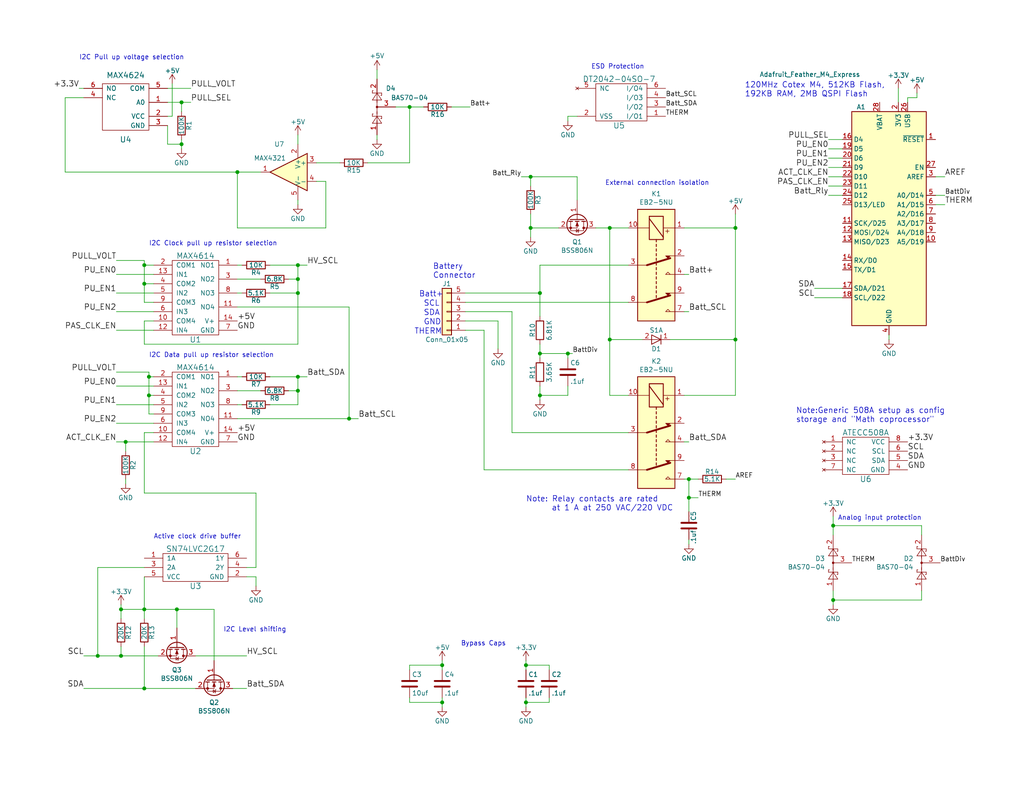
<source format=kicad_sch>
(kicad_sch (version 20211123) (generator eeschema)
  (paper "USLetter")
  (title_block (title "Battery EEPROM Programmer V2") (date "2022-10-07") (rev "1.6"))
  (lib_symbols
    (symbol "Amplifier_Operational:MCP6L01Rx-xOT" (pin_names (offset 0.127))
      (property "Reference" "U" (at 0 5.08 0))
      (property "Value" "MCP6L01Rx-xOT" (at 0 -5.08 0))
      (symbol "MCP6L01Rx-xOT_0_1"
        (pin power_in line (at -2.54 7.62 270) (length 3.81) (name "V+") (number "2"))
        (pin power_in line (at -2.54 -7.62 90) (length 3.81) (name "V-") (number "5"))
      )
      (symbol "MCP6L01Rx-xOT_1_1"
        (pin output line (at 7.62 0 180) (length 2.54) (name "~") (number "1"))
        (pin input line (at -7.62 2.54 0) (length 2.54) (name "+") (number "3"))
        (pin input line (at -7.62 -2.54 0) (length 2.54) (name "-") (number "4"))
      )
    )
    (symbol "BattProg:DT2042-04SO-7" (pin_names (offset 1.016))
      (property "Reference" "U" (at 0 -1.27 0))
      (property "Value" "DT2042-04SO-7" (at 0 11.43 0))
      (symbol "DT2042-04SO-7_1_1"
        (pin passive line (at 12.7 1.27 180) (length 5.08) (name "I/O1") (number "1"))
        (pin power_in line (at -11.43 1.27 0) (length 5.08) (name "VSS") (number "2"))
        (pin passive line (at 12.7 3.81 180) (length 5.08) (name "I/O2") (number "3"))
        (pin passive line (at 12.7 6.35 180) (length 5.08) (name "I/O3") (number "4"))
        (pin no_connect line (at -11.43 8.89 0) (length 5.08) (name "NC") (number "5"))
        (pin passive line (at 12.7 8.89 180) (length 5.08) (name "I/O4") (number "6"))
      )
    )
    (symbol "BattProg:EC2-3NU"
      (property "Reference" "K" (at 15.24 8.89 0))
      (property "Value" "EC2-3NU" (at 19.05 6.35 0))
      (symbol "EC2-3NU_1_1"
        (text "+" (at -9.271 2.921 0) (effects (font (size 1.27 1.27))))
        (pin passive line (at -10.16 7.62 270) (length 2.54) (name "~") (number "1"))
        (pin passive line (at -10.16 -7.62 90) (length 2.54) (name "~") (number "10"))
        (pin passive line (at -2.54 7.62 270) (length 2.54) (name "~") (number "2"))
        (pin passive line (at 0 -7.62 90) (length 2.54) (name "~") (number "3"))
        (pin passive line (at 2.54 7.62 270) (length 2.54) (name "~") (number "4"))
        (pin passive line (at 12.7 7.62 270) (length 2.54) (name "~") (number "7"))
        (pin passive line (at 10.16 -7.62 90) (length 2.54) (name "~") (number "8"))
        (pin passive line (at 7.62 7.62 270) (length 2.54) (name "~") (number "9"))
      )
    )
    (symbol "BattProg:MAX4624" (pin_names (offset 1.016))
      (property "Reference" "U" (at 0 -3.81 0))
      (property "Value" "MAX4624" (at 0 12.7 0))
      (symbol "MAX4624_1_1"
        (pin input line (at 11.43 6.35 180) (length 5.08) (name "A0") (number "1"))
        (pin power_in line (at 11.43 2.54 180) (length 5.08) (name "VCC") (number "2"))
        (pin power_in line (at 11.43 0 180) (length 5.08) (name "GND") (number "3"))
        (pin passive line (at -11.43 7.62 0) (length 5.08) (name "NC") (number "4"))
        (pin passive line (at 11.43 10.16 180) (length 5.08) (name "COM") (number "5"))
        (pin passive line (at -11.43 10.16 0) (length 5.08) (name "NO") (number "6"))
      )
    )
    (symbol "BattProg:S1A" (pin_names (offset 1.016) hide)
      (property "Reference" "D" (at 0 -2.54 0))
      (property "Value" "S1A" (at 0 2.54 0))
      (symbol "S1A_1_1"
        (pin passive line (at -3.81 0 0) (length 2.54) (name "C") (number "1"))
        (pin passive line (at 3.81 0 180) (length 2.54) (name "A") (number "2"))
      )
    )
    (symbol "Diode:BAT54SW" (pin_names (offset 1.016))
      (property "Reference" "D" (at 0.635 -3.81 0))
      (property "Value" "BAT54SW" (at -6.35 3.175 0))
      (symbol "BAT54SW_1_1"
        (pin passive line (at -7.62 0 0) (length 3.81) (name "~") (number "1"))
        (pin passive line (at 7.62 0 180) (length 3.81) (name "~") (number "2"))
        (pin passive line (at 0 -5.08 90) (length 5.08) (name "~") (number "3"))
      )
    )
    (symbol "IO-Board-rescue:+3.3V-IO-Board-rescue-IO-Board-rescue-IO-Board-rescue-IO-Board-rescue" (power) (pin_names (offset 0))
      (property "Value" "+3.3V-IO-Board-rescue-IO-Board-rescue-IO-Board-rescue-IO-Board-rescue" (at 0 3.556 0))
      (symbol "+3.3V-IO-Board-rescue-IO-Board-rescue-IO-Board-rescue-IO-Board-rescue_1_1"
        (pin power_in line (at 0 0 90) (length 0) hide (name "+3.3V") (number "1"))
      )
    )
    (symbol "IO-Board-rescue:+5V-IO-Board-rescue-IO-Board-rescue-IO-Board-rescue-IO-Board-rescue" (power) (pin_names (offset 0))
      (property "Value" "+5V-IO-Board-rescue-IO-Board-rescue-IO-Board-rescue-IO-Board-rescue" (at 0 3.556 0))
      (symbol "+5V-IO-Board-rescue-IO-Board-rescue-IO-Board-rescue-IO-Board-rescue_1_1"
        (pin power_in line (at 0 0 90) (length 0) hide (name "+5V") (number "1"))
      )
    )
    (symbol "IO-Board-rescue:2N7002-Transistor_FET-IO-Board-rescue-IO-Board-rescue-IO-Board-rescue" (pin_names (offset 0) hide)
      (property "Reference" "Q" (at 5.08 1.905 0))
      (property "Value" "2N7002-Transistor_FET-IO-Board-rescue-IO-Board-rescue-IO-Board-rescue" (at 5.08 0 0))
      (symbol "2N7002-Transistor_FET-IO-Board-rescue-IO-Board-rescue-IO-Board-rescue_1_1"
        (pin input line (at -5.08 0 0) (length 5.334) (name "G") (number "1"))
        (pin passive line (at 2.54 -5.08 90) (length 2.54) (name "S") (number "2"))
        (pin passive line (at 2.54 5.08 270) (length 2.54) (name "D") (number "3"))
      )
    )
    (symbol "IO-Board-rescue:ATECC508A-IO-Board-rescue-IO-Board-rescue-IO-Board-rescue-IO-Board-rescue" (pin_names (offset 1.016))
      (property "Reference" "U" (at 0 -5.08 0))
      (property "Value" "ATECC508A-IO-Board-rescue-IO-Board-rescue-IO-Board-rescue-IO-Board-rescue" (at 0 7.62 0))
      (symbol "ATECC508A-IO-Board-rescue-IO-Board-rescue-IO-Board-rescue-IO-Board-rescue_1_1"
        (pin no_connect line (at -11.43 5.08 0) (length 5.08) (name "NC") (number "1"))
        (pin no_connect line (at -11.43 2.54 0) (length 5.08) (name "NC") (number "2"))
        (pin no_connect line (at -11.43 0 0) (length 5.08) (name "NC") (number "3"))
        (pin input line (at 11.43 -2.54 180) (length 5.08) (name "GND") (number "4"))
        (pin input line (at 11.43 0 180) (length 5.08) (name "SDA") (number "5"))
        (pin input line (at 11.43 2.54 180) (length 5.08) (name "SCL") (number "6"))
        (pin no_connect line (at -11.43 -2.54 0) (length 5.08) (name "NC") (number "7"))
        (pin input line (at 11.43 5.08 180) (length 5.08) (name "VCC") (number "8"))
      )
    )
    (symbol "IO-Board-rescue:C-IO-Board-rescue-IO-Board-rescue-IO-Board-rescue-IO-Board-rescue" (pin_numbers hide) (pin_names (offset 0.254))
      (property "Reference" "C" (at 0.635 2.54 0))
      (property "Value" "C-IO-Board-rescue-IO-Board-rescue-IO-Board-rescue-IO-Board-rescue" (at 0.635 -2.54 0))
      (symbol "C-IO-Board-rescue-IO-Board-rescue-IO-Board-rescue-IO-Board-rescue_1_1"
        (pin passive line (at 0 3.81 270) (length 2.794) (name "~") (number "1"))
        (pin passive line (at 0 -3.81 90) (length 2.794) (name "~") (number "2"))
      )
    )
    (symbol "IO-Board-rescue:Conn_01x05-Connector_Generic-IO-Board-rescue-IO-Board-rescue-IO-Board-rescue" (pin_names (offset 1.016) hide)
      (property "Reference" "J" (at 0 7.62 0))
      (property "Value" "Conn_01x05-Connector_Generic-IO-Board-rescue-IO-Board-rescue-IO-Board-rescue" (at 0 -7.62 0))
      (symbol "Conn_01x05-Connector_Generic-IO-Board-rescue-IO-Board-rescue-IO-Board-rescue_1_1"
        (pin passive line (at -5.08 5.08 0) (length 3.81) (name "Pin_1") (number "1"))
        (pin passive line (at -5.08 2.54 0) (length 3.81) (name "Pin_2") (number "2"))
        (pin passive line (at -5.08 0 0) (length 3.81) (name "Pin_3") (number "3"))
        (pin passive line (at -5.08 -2.54 0) (length 3.81) (name "Pin_4") (number "4"))
        (pin passive line (at -5.08 -5.08 0) (length 3.81) (name "Pin_5") (number "5"))
      )
    )
    (symbol "IO-Board-rescue:GND-IO-Board-rescue-IO-Board-rescue-IO-Board-rescue-IO-Board-rescue" (power) (pin_names (offset 0))
      (property "Value" "GND-IO-Board-rescue-IO-Board-rescue-IO-Board-rescue-IO-Board-rescue" (at 0 -3.81 0))
      (symbol "GND-IO-Board-rescue-IO-Board-rescue-IO-Board-rescue-IO-Board-rescue_1_1"
        (pin power_in line (at 0 0 270) (length 0) hide (name "GND") (number "1"))
      )
    )
    (symbol "IO-Board-rescue:MAX4614-IO-Board-rescue-IO-Board-rescue-IO-Board-rescue-IO-Board-rescue" (pin_names (offset 1.016))
      (property "Reference" "U" (at 0 -13.97 0))
      (property "Value" "MAX4614-IO-Board-rescue-IO-Board-rescue-IO-Board-rescue-IO-Board-rescue" (at 0 8.89 0))
      (symbol "MAX4614-IO-Board-rescue-IO-Board-rescue-IO-Board-rescue-IO-Board-rescue_1_1"
        (pin passive line (at 11.43 6.35 180) (length 5.08) (name "NO1") (number "1"))
        (pin passive line (at -11.43 -8.89 0) (length 5.08) (name "COM4") (number "10"))
        (pin passive line (at 11.43 -5.08 180) (length 5.08) (name "NO4") (number "11"))
        (pin input line (at -11.43 -11.43 0) (length 5.08) (name "IN4") (number "12"))
        (pin input line (at -11.43 3.81 0) (length 5.08) (name "IN1") (number "13"))
        (pin power_in line (at 11.43 -8.89 180) (length 5.08) (name "V+") (number "14"))
        (pin passive line (at -11.43 6.35 0) (length 5.08) (name "COM1") (number "2"))
        (pin passive line (at 11.43 2.54 180) (length 5.08) (name "NO2") (number "3"))
        (pin passive line (at -11.43 1.27 0) (length 5.08) (name "COM2") (number "4"))
        (pin input line (at -11.43 -1.27 0) (length 5.08) (name "IN2") (number "5"))
        (pin input line (at -11.43 -6.35 0) (length 5.08) (name "IN3") (number "6"))
        (pin power_in line (at 11.43 -11.43 180) (length 5.08) (name "GND") (number "7"))
        (pin passive line (at 11.43 -1.27 180) (length 5.08) (name "NO3") (number "8"))
        (pin passive line (at -11.43 -3.81 0) (length 5.08) (name "COM3") (number "9"))
      )
    )
    (symbol "IO-Board-rescue:R-IO-Board-rescue-IO-Board-rescue-IO-Board-rescue-IO-Board-rescue" (pin_numbers hide) (pin_names (offset 0))
      (property "Reference" "R" (at 2.032 0 90))
      (property "Value" "R-IO-Board-rescue-IO-Board-rescue-IO-Board-rescue-IO-Board-rescue" (at 0 0 90))
      (symbol "R-IO-Board-rescue-IO-Board-rescue-IO-Board-rescue-IO-Board-rescue_1_1"
        (pin passive line (at 0 3.81 270) (length 1.27) (name "~") (number "1"))
        (pin passive line (at 0 -3.81 90) (length 1.27) (name "~") (number "2"))
      )
    )
    (symbol "IO-Board-rescue:SN74LVC2G17-IO-Board-rescue-IO-Board-rescue-IO-Board-rescue-IO-Board-rescue" (pin_names (offset 1.016))
      (property "Reference" "U" (at 0 -5.08 0))
      (property "Value" "SN74LVC2G17-IO-Board-rescue-IO-Board-rescue-IO-Board-rescue-IO-Board-rescue" (at 0 5.08 0))
      (symbol "SN74LVC2G17-IO-Board-rescue-IO-Board-rescue-IO-Board-rescue-IO-Board-rescue_1_1"
        (pin input line (at -13.97 2.54 0) (length 5.08) (name "1A") (number "1"))
        (pin power_in line (at 13.97 -2.54 180) (length 5.08) (name "GND") (number "2"))
        (pin input line (at -13.97 0 0) (length 5.08) (name "2A") (number "3"))
        (pin output line (at 13.97 0 180) (length 5.08) (name "2Y") (number "4"))
        (pin power_in line (at -13.97 -2.54 0) (length 5.08) (name "VCC") (number "5"))
        (pin output line (at 13.97 2.54 180) (length 5.08) (name "1Y") (number "6"))
      )
    )
    (symbol "Modules:Adafruit_Feather_M4_Express"
      (property "Reference" "A" (at -10.16 29.21 0))
      (property "Value" "Adafruit_Feather_M4_Express" (at 2.54 -31.75 0))
      (symbol "Adafruit_Feather_M4_Express_1_1"
        (pin input line (at 12.7 20.32 180) (length 2.54) (name "~{RESET}") (number "1"))
        (pin bidirectional line (at 12.7 -7.62 180) (length 2.54) (name "A5/D19") (number "10"))
        (pin bidirectional line (at -12.7 -2.54 0) (length 2.54) (name "SCK/D25") (number "11"))
        (pin bidirectional line (at -12.7 -5.08 0) (length 2.54) (name "MOSI/D24") (number "12"))
        (pin bidirectional line (at -12.7 -7.62 0) (length 2.54) (name "MISO/D23") (number "13"))
        (pin bidirectional line (at -12.7 -12.7 0) (length 2.54) (name "RX/D0") (number "14"))
        (pin bidirectional line (at -12.7 -15.24 0) (length 2.54) (name "TX/D1") (number "15"))
        (pin bidirectional line (at -12.7 20.32 0) (length 2.54) (name "D4") (number "16"))
        (pin bidirectional line (at -12.7 -20.32 0) (length 2.54) (name "SDA/D21") (number "17"))
        (pin bidirectional line (at -12.7 -22.86 0) (length 2.54) (name "SCL/D22") (number "18"))
        (pin bidirectional line (at -12.7 17.78 0) (length 2.54) (name "D5") (number "19"))
        (pin power_in line (at 2.54 30.48 270) (length 2.54) (name "3V3") (number "2"))
        (pin bidirectional line (at -12.7 15.24 0) (length 2.54) (name "D6") (number "20"))
        (pin bidirectional line (at -12.7 12.7 0) (length 2.54) (name "D9") (number "21"))
        (pin bidirectional line (at -12.7 10.16 0) (length 2.54) (name "D10") (number "22"))
        (pin bidirectional line (at -12.7 7.62 0) (length 2.54) (name "D11") (number "23"))
        (pin bidirectional line (at -12.7 5.08 0) (length 2.54) (name "D12") (number "24"))
        (pin bidirectional line (at -12.7 2.54 0) (length 2.54) (name "D13/LED") (number "25"))
        (pin power_in line (at 5.08 30.48 270) (length 2.54) (name "USB") (number "26"))
        (pin input line (at 12.7 12.7 180) (length 2.54) (name "EN") (number "27"))
        (pin power_in line (at -2.54 30.48 270) (length 2.54) (name "VBAT") (number "28"))
        (pin input line (at 12.7 10.16 180) (length 2.54) (name "AREF") (number "3"))
        (pin power_in line (at 0 -33.02 90) (length 2.54) (name "GND") (number "4"))
        (pin bidirectional line (at 12.7 5.08 180) (length 2.54) (name "A0/D14") (number "5"))
        (pin bidirectional line (at 12.7 2.54 180) (length 2.54) (name "A1/D15") (number "6"))
        (pin bidirectional line (at 12.7 0 180) (length 2.54) (name "A2/D16") (number "7"))
        (pin bidirectional line (at 12.7 -2.54 180) (length 2.54) (name "A3/D17") (number "8"))
        (pin bidirectional line (at 12.7 -5.08 180) (length 2.54) (name "A4/D18") (number "9"))
      )
    )
  )
  (junction (at 81.28 72.39))
  (junction (at 120.65 191.77))
  (junction (at 48.26 166.37))
  (junction (at 34.29 120.65))
  (junction (at 39.37 72.39))
  (junction (at 147.32 96.52))
  (junction (at 26.67 179.07))
  (junction (at 143.51 181.61))
  (junction (at 81.28 106.68))
  (junction (at 227.33 143.51))
  (junction (at 64.77 46.99))
  (junction (at 147.32 107.95))
  (junction (at 95.25 114.3))
  (junction (at 144.78 62.23))
  (junction (at 147.32 80.01))
  (junction (at 227.33 163.83))
  (junction (at 120.65 181.61))
  (junction (at 143.51 191.77))
  (junction (at 200.66 92.71))
  (junction (at 49.53 27.94))
  (junction (at 166.37 62.23))
  (junction (at 33.02 179.07))
  (junction (at 81.28 76.2))
  (junction (at 39.37 77.47))
  (junction (at 33.02 166.37))
  (junction (at 39.37 187.96))
  (junction (at 40.64 102.87))
  (junction (at 40.64 107.95))
  (junction (at 81.28 80.01))
  (junction (at 187.96 130.81))
  (junction (at 111.76 29.21))
  (junction (at 154.94 96.52))
  (junction (at 187.96 135.89))
  (junction (at 200.66 62.23))
  (junction (at 166.37 92.71))
  (junction (at 81.28 102.87))
  (junction (at 49.53 39.37))
  (junction (at 144.78 48.26))
  (junction (at 39.37 166.37))
  (wire (pts (xy 64.77 76.2) (xy 71.12 76.2)))
  (wire (pts (xy 171.45 107.95) (xy 166.37 107.95)))
  (wire (pts (xy 200.66 62.23) (xy 200.66 92.71)))
  (wire (pts (xy 81.28 106.68) (xy 81.28 110.49)))
  (wire (pts (xy 69.85 134.62) (xy 69.85 154.94)))
  (wire (pts (xy 147.32 93.98) (xy 147.32 96.52)))
  (wire (pts (xy 154.94 105.41) (xy 154.94 107.95)))
  (wire (pts (xy 41.91 77.47) (xy 39.37 77.47)))
  (wire (pts (xy 81.28 102.87) (xy 81.28 106.68)))
  (wire (pts (xy 81.28 80.01) (xy 81.28 93.98)))
  (wire (pts (xy 34.29 130.81) (xy 34.29 132.08)))
  (wire (pts (xy 33.02 165.1) (xy 33.02 166.37)))
  (wire (pts (xy 111.76 182.88) (xy 111.76 181.61)))
  (wire (pts (xy 86.36 49.53) (xy 88.9 49.53)))
  (wire (pts (xy 39.37 93.98) (xy 39.37 87.63)))
  (wire (pts (xy 226.06 50.8) (xy 229.87 50.8)))
  (wire (pts (xy 64.77 46.99) (xy 71.12 46.99)))
  (wire (pts (xy 226.06 45.72) (xy 229.87 45.72)))
  (wire (pts (xy 17.78 26.67) (xy 22.86 26.67)))
  (wire (pts (xy 186.69 74.93) (xy 187.96 74.93)))
  (wire (pts (xy 31.75 90.17) (xy 41.91 90.17)))
  (wire (pts (xy 63.5 187.96) (xy 67.31 187.96)))
  (wire (pts (xy 21.59 24.13) (xy 22.86 24.13)))
  (wire (pts (xy 255.27 53.34) (xy 257.81 53.34)))
  (wire (pts (xy 39.37 187.96) (xy 53.34 187.96)))
  (wire (pts (xy 81.28 72.39) (xy 83.82 72.39)))
  (wire (pts (xy 227.33 146.05) (xy 227.33 143.51)))
  (wire (pts (xy 48.26 166.37) (xy 58.42 166.37)))
  (wire (pts (xy 144.78 48.26) (xy 157.48 48.26)))
  (wire (pts (xy 111.76 29.21) (xy 115.57 29.21)))
  (wire (pts (xy 135.89 87.63) (xy 135.89 95.25)))
  (wire (pts (xy 69.85 154.94) (xy 67.31 154.94)))
  (wire (pts (xy 41.91 107.95) (xy 40.64 107.95)))
  (wire (pts (xy 53.34 179.07) (xy 67.31 179.07)))
  (wire (pts (xy 111.76 191.77) (xy 120.65 191.77)))
  (wire (pts (xy 143.51 191.77) (xy 143.51 193.04)))
  (wire (pts (xy 227.33 163.83) (xy 227.33 161.29)))
  (wire (pts (xy 154.94 31.75) (xy 154.94 33.02)))
  (wire (pts (xy 49.53 38.1) (xy 49.53 39.37)))
  (wire (pts (xy 227.33 165.1) (xy 227.33 163.83)))
  (wire (pts (xy 186.69 107.95) (xy 200.66 107.95)))
  (wire (pts (xy 26.67 154.94) (xy 26.67 179.07)))
  (wire (pts (xy 31.75 80.01) (xy 41.91 80.01)))
  (wire (pts (xy 166.37 92.71) (xy 166.37 107.95)))
  (wire (pts (xy 45.72 27.94) (xy 49.53 27.94)))
  (wire (pts (xy 39.37 118.11) (xy 41.91 118.11)))
  (wire (pts (xy 251.46 143.51) (xy 251.46 146.05)))
  (wire (pts (xy 102.87 19.05) (xy 102.87 21.59)))
  (wire (pts (xy 31.75 71.12) (xy 39.37 71.12)))
  (wire (pts (xy 73.66 72.39) (xy 81.28 72.39)))
  (wire (pts (xy 34.29 123.19) (xy 34.29 120.65)))
  (wire (pts (xy 143.51 181.61) (xy 143.51 182.88)))
  (wire (pts (xy 67.31 157.48) (xy 69.85 157.48)))
  (wire (pts (xy 132.08 90.17) (xy 132.08 128.27)))
  (wire (pts (xy 186.69 130.81) (xy 187.96 130.81)))
  (wire (pts (xy 111.76 29.21) (xy 107.95 29.21)))
  (wire (pts (xy 154.94 97.79) (xy 154.94 96.52)))
  (wire (pts (xy 39.37 134.62) (xy 39.37 118.11)))
  (wire (pts (xy 127 82.55) (xy 171.45 82.55)))
  (wire (pts (xy 227.33 143.51) (xy 251.46 143.51)))
  (wire (pts (xy 102.87 38.1) (xy 102.87 36.83)))
  (wire (pts (xy 120.65 190.5) (xy 120.65 191.77)))
  (wire (pts (xy 39.37 72.39) (xy 41.91 72.39)))
  (wire (pts (xy 40.64 102.87) (xy 41.91 102.87)))
  (wire (pts (xy 120.65 181.61) (xy 120.65 182.88)))
  (wire (pts (xy 186.69 62.23) (xy 200.66 62.23)))
  (wire (pts (xy 17.78 26.67) (xy 17.78 46.99)))
  (wire (pts (xy 22.86 179.07) (xy 26.67 179.07)))
  (wire (pts (xy 88.9 62.23) (xy 64.77 62.23)))
  (wire (pts (xy 111.76 181.61) (xy 120.65 181.61)))
  (wire (pts (xy 187.96 147.32) (xy 187.96 148.59)))
  (wire (pts (xy 95.25 114.3) (xy 97.79 114.3)))
  (wire (pts (xy 45.72 24.13) (xy 52.07 24.13)))
  (wire (pts (xy 111.76 44.45) (xy 111.76 29.21)))
  (wire (pts (xy 81.28 72.39) (xy 81.28 76.2)))
  (wire (pts (xy 64.77 62.23) (xy 64.77 46.99)))
  (wire (pts (xy 120.65 191.77) (xy 120.65 193.04)))
  (wire (pts (xy 245.11 27.94) (xy 245.11 24.13)))
  (wire (pts (xy 154.94 96.52) (xy 156.21 96.52)))
  (wire (pts (xy 149.86 181.61) (xy 149.86 182.88)))
  (wire (pts (xy 45.72 31.75) (xy 46.99 31.75)))
  (wire (pts (xy 39.37 176.53) (xy 39.37 187.96)))
  (wire (pts (xy 40.64 102.87) (xy 40.64 107.95)))
  (wire (pts (xy 142.24 48.26) (xy 144.78 48.26)))
  (wire (pts (xy 111.76 190.5) (xy 111.76 191.77)))
  (wire (pts (xy 166.37 62.23) (xy 171.45 62.23)))
  (wire (pts (xy 100.33 44.45) (xy 111.76 44.45)))
  (wire (pts (xy 31.75 120.65) (xy 34.29 120.65)))
  (wire (pts (xy 64.77 46.99) (xy 17.78 46.99)))
  (wire (pts (xy 147.32 96.52) (xy 147.32 97.79)))
  (wire (pts (xy 34.29 120.65) (xy 41.91 120.65)))
  (wire (pts (xy 64.77 72.39) (xy 66.04 72.39)))
  (wire (pts (xy 147.32 109.22) (xy 147.32 107.95)))
  (wire (pts (xy 226.06 40.64) (xy 229.87 40.64)))
  (wire (pts (xy 39.37 166.37) (xy 48.26 166.37)))
  (wire (pts (xy 229.87 43.18) (xy 226.06 43.18)))
  (wire (pts (xy 139.7 118.11) (xy 171.45 118.11)))
  (wire (pts (xy 81.28 102.87) (xy 83.82 102.87)))
  (wire (pts (xy 71.12 106.68) (xy 64.77 106.68)))
  (wire (pts (xy 147.32 107.95) (xy 147.32 105.41)))
  (wire (pts (xy 257.81 55.88) (xy 255.27 55.88)))
  (wire (pts (xy 33.02 176.53) (xy 33.02 179.07)))
  (wire (pts (xy 250.19 26.67) (xy 250.19 25.4)))
  (wire (pts (xy 33.02 179.07) (xy 43.18 179.07)))
  (wire (pts (xy 64.77 110.49) (xy 66.04 110.49)))
  (wire (pts (xy 144.78 62.23) (xy 152.4 62.23)))
  (wire (pts (xy 186.69 120.65) (xy 187.96 120.65)))
  (wire (pts (xy 127 87.63) (xy 135.89 87.63)))
  (wire (pts (xy 81.28 76.2) (xy 81.28 80.01)))
  (wire (pts (xy 33.02 166.37) (xy 33.02 168.91)))
  (wire (pts (xy 39.37 71.12) (xy 39.37 72.39)))
  (wire (pts (xy 229.87 48.26) (xy 226.06 48.26)))
  (wire (pts (xy 78.74 76.2) (xy 81.28 76.2)))
  (wire (pts (xy 39.37 134.62) (xy 69.85 134.62)))
  (wire (pts (xy 147.32 72.39) (xy 171.45 72.39)))
  (wire (pts (xy 154.94 107.95) (xy 147.32 107.95)))
  (wire (pts (xy 186.69 85.09) (xy 187.96 85.09)))
  (wire (pts (xy 242.57 91.44) (xy 242.57 92.71)))
  (wire (pts (xy 144.78 64.77) (xy 144.78 62.23)))
  (wire (pts (xy 143.51 190.5) (xy 143.51 191.77)))
  (wire (pts (xy 49.53 39.37) (xy 49.53 40.64)))
  (wire (pts (xy 64.77 83.82) (xy 95.25 83.82)))
  (wire (pts (xy 187.96 135.89) (xy 190.5 135.89)))
  (wire (pts (xy 222.25 78.74) (xy 229.87 78.74)))
  (wire (pts (xy 81.28 93.98) (xy 39.37 93.98)))
  (wire (pts (xy 182.88 92.71) (xy 200.66 92.71)))
  (wire (pts (xy 227.33 140.97) (xy 227.33 143.51)))
  (wire (pts (xy 58.42 166.37) (xy 58.42 180.34)))
  (wire (pts (xy 229.87 53.34) (xy 226.06 53.34)))
  (wire (pts (xy 64.77 114.3) (xy 95.25 114.3)))
  (wire (pts (xy 39.37 72.39) (xy 39.37 77.47)))
  (wire (pts (xy 49.53 27.94) (xy 52.07 27.94)))
  (wire (pts (xy 227.33 163.83) (xy 251.46 163.83)))
  (wire (pts (xy 31.75 110.49) (xy 41.91 110.49)))
  (wire (pts (xy 190.5 130.81) (xy 187.96 130.81)))
  (wire (pts (xy 81.28 80.01) (xy 73.66 80.01)))
  (wire (pts (xy 49.53 27.94) (xy 49.53 30.48)))
  (wire (pts (xy 144.78 58.42) (xy 144.78 62.23)))
  (wire (pts (xy 49.53 39.37) (xy 45.72 39.37)))
  (wire (pts (xy 222.25 81.28) (xy 229.87 81.28)))
  (wire (pts (xy 127 85.09) (xy 139.7 85.09)))
  (wire (pts (xy 127 80.01) (xy 147.32 80.01)))
  (wire (pts (xy 64.77 80.01) (xy 66.04 80.01)))
  (wire (pts (xy 175.26 92.71) (xy 166.37 92.71)))
  (wire (pts (xy 187.96 130.81) (xy 187.96 135.89)))
  (wire (pts (xy 200.66 92.71) (xy 200.66 107.95)))
  (wire (pts (xy 127 90.17) (xy 132.08 90.17)))
  (wire (pts (xy 39.37 77.47) (xy 39.37 82.55)))
  (wire (pts (xy 39.37 82.55) (xy 41.91 82.55)))
  (wire (pts (xy 33.02 166.37) (xy 39.37 166.37)))
  (wire (pts (xy 143.51 181.61) (xy 149.86 181.61)))
  (wire (pts (xy 166.37 62.23) (xy 166.37 92.71)))
  (wire (pts (xy 251.46 163.83) (xy 251.46 161.29)))
  (wire (pts (xy 26.67 179.07) (xy 33.02 179.07)))
  (wire (pts (xy 81.28 110.49) (xy 73.66 110.49)))
  (wire (pts (xy 200.66 58.42) (xy 200.66 62.23)))
  (wire (pts (xy 73.66 102.87) (xy 81.28 102.87)))
  (wire (pts (xy 166.37 62.23) (xy 162.56 62.23)))
  (wire (pts (xy 95.25 114.3) (xy 95.25 83.82)))
  (wire (pts (xy 45.72 39.37) (xy 45.72 34.29)))
  (wire (pts (xy 143.51 180.34) (xy 143.51 181.61)))
  (wire (pts (xy 139.7 85.09) (xy 139.7 118.11)))
  (wire (pts (xy 187.96 135.89) (xy 187.96 139.7)))
  (wire (pts (xy 31.75 85.09) (xy 41.91 85.09)))
  (wire (pts (xy 198.12 130.81) (xy 200.66 130.81)))
  (wire (pts (xy 31.75 74.93) (xy 41.91 74.93)))
  (wire (pts (xy 48.26 166.37) (xy 48.26 171.45)))
  (wire (pts (xy 255.27 48.26) (xy 257.81 48.26)))
  (wire (pts (xy 31.75 115.57) (xy 41.91 115.57)))
  (wire (pts (xy 147.32 80.01) (xy 147.32 72.39)))
  (wire (pts (xy 157.48 54.61) (xy 157.48 48.26)))
  (wire (pts (xy 86.36 44.45) (xy 92.71 44.45)))
  (wire (pts (xy 39.37 154.94) (xy 26.67 154.94)))
  (wire (pts (xy 144.78 50.8) (xy 144.78 48.26)))
  (wire (pts (xy 123.19 29.21) (xy 128.27 29.21)))
  (wire (pts (xy 229.87 38.1) (xy 226.06 38.1)))
  (wire (pts (xy 40.64 101.6) (xy 40.64 102.87)))
  (wire (pts (xy 69.85 157.48) (xy 69.85 160.02)))
  (wire (pts (xy 247.65 26.67) (xy 250.19 26.67)))
  (wire (pts (xy 81.28 36.83) (xy 81.28 39.37)))
  (wire (pts (xy 39.37 168.91) (xy 39.37 166.37)))
  (wire (pts (xy 120.65 180.34) (xy 120.65 181.61)))
  (wire (pts (xy 31.75 105.41) (xy 41.91 105.41)))
  (wire (pts (xy 154.94 31.75) (xy 157.48 31.75)))
  (wire (pts (xy 149.86 191.77) (xy 143.51 191.77)))
  (wire (pts (xy 39.37 187.96) (xy 22.86 187.96)))
  (wire (pts (xy 88.9 49.53) (xy 88.9 62.23)))
  (wire (pts (xy 78.74 106.68) (xy 81.28 106.68)))
  (wire (pts (xy 40.64 107.95) (xy 40.64 113.03)))
  (wire (pts (xy 46.99 31.75) (xy 46.99 22.86)))
  (wire (pts (xy 31.75 101.6) (xy 40.64 101.6)))
  (wire (pts (xy 171.45 128.27) (xy 132.08 128.27)))
  (wire (pts (xy 40.64 113.03) (xy 41.91 113.03)))
  (wire (pts (xy 64.77 102.87) (xy 66.04 102.87)))
  (wire (pts (xy 41.91 87.63) (xy 39.37 87.63)))
  (wire (pts (xy 81.28 54.61) (xy 81.28 55.88)))
  (wire (pts (xy 149.86 191.77) (xy 149.86 190.5)))
  (wire (pts (xy 154.94 96.52) (xy 147.32 96.52)))
  (wire (pts (xy 147.32 80.01) (xy 147.32 86.36)))
  (wire (pts (xy 247.65 27.94) (xy 247.65 26.67)))
  (wire (pts (xy 39.37 157.48) (xy 39.37 166.37)))
  (text "External connection isolation" (at 165.1 50.8 0) (effects (font (size 1.27 1.27)) (justify left bottom)))
  (text "Batt+" (at 114.3 81.28 0) (effects (font (size 1.524 1.524)) (justify left bottom)))
  (text "SDA" (at 115.57 86.36 0) (effects (font (size 1.524 1.524)) (justify left bottom)))
  (text "Battery\nConnector" (at 118.11 76.2 0) (effects (font (size 1.524 1.524)) (justify left bottom)))
  (text "I2C Level shifting" (at 60.96 172.72 0) (effects (font (size 1.27 1.27)) (justify left bottom)))
  (text "I2C Clock pull up resistor selection" (at 40.64 67.31 0) (effects (font (size 1.27 1.27)) (justify left bottom)))
  (text "Note:Generic 508A setup as config\nstorage and \"Math coprocessor\"" (at 217.17 115.57 0) (effects (font (size 1.524 1.524)) (justify left bottom)))
  (text "I2C Data pull up resistor selection" (at 40.64 97.79 0) (effects (font (size 1.27 1.27)) (justify left bottom)))
  (text "Note: Relay contacts are rated\n      at 1 A at 250 VAC/220 VDC" (at 143.51 139.7 0) (effects (font (size 1.524 1.524)) (justify left bottom)))
  (text "Analog input protection" (at 228.6 142.24 0) (effects (font (size 1.27 1.27)) (justify left bottom)))
  (text "SCL" (at 115.57 83.82 0) (effects (font (size 1.524 1.524)) (justify left bottom)))
  (text "ESD Protection" (at 161.29 19.05 0) (effects (font (size 1.27 1.27)) (justify left bottom)))
  (text "Active clock drive buffer" (at 41.91 147.32 0) (effects (font (size 1.27 1.27)) (justify left bottom)))
  (text "120MHz Cotex M4, 512KB Flash,\n192KB RAM, 2MB QSPI Flash" (at 203.2 26.67 0) (effects (font (size 1.524 1.524)) (justify left bottom)))
  (text "I2C Pull up voltage selection" (at 21.59 16.51 0) (effects (font (size 1.27 1.27)) (justify left bottom)))
  (text "Bypass Caps" (at 125.73 176.53 0) (effects (font (size 1.27 1.27)) (justify left bottom)))
  (text "GND" (at 115.57 88.9 0) (effects (font (size 1.524 1.524)) (justify left bottom)))
  (text "THERM" (at 113.03 91.44 0) (effects (font (size 1.524 1.524)) (justify left bottom)))
  (label "ACT_CLK_EN" (at 226.06 48.26 180) (effects (font (size 1.524 1.524))))
  (label "SCL" (at 222.25 81.28 180) (effects (font (size 1.524 1.524))))
  (label "PU_EN0" (at 31.75 74.93 180) (effects (font (size 1.524 1.524))))
  (label "PU_EN2" (at 31.75 85.09 180) (effects (font (size 1.524 1.524))))
  (label "+5V" (at 64.77 87.63 0) (effects (font (size 1.524 1.524))))
  (label "Batt_Rly" (at 226.06 53.34 180) (effects (font (size 1.524 1.524))))
  (label "SCL" (at 22.86 179.07 180) (effects (font (size 1.524 1.524))))
  (label "SDA" (at 247.65 125.73 0) (effects (font (size 1.524 1.524))))
  (label "Batt_SCL" (at 181.61 26.67 0))
  (label "+3.3V" (at 247.65 120.65 0) (effects (font (size 1.524 1.524))))
  (label "+5V" (at 64.77 118.11 0) (effects (font (size 1.524 1.524))))
  (label "THERM" (at 190.5 135.89 0))
  (label "HV_SCL" (at 67.31 179.07 0) (effects (font (size 1.524 1.524))))
  (label "THERM" (at 181.61 31.75 0))
  (label "PULL_VOLT" (at 31.75 71.12 180) (effects (font (size 1.524 1.524))))
  (label "THERM" (at 232.41 153.67 0))
  (label "PU_EN2" (at 31.75 115.57 180) (effects (font (size 1.524 1.524))))
  (label "Batt_SDA" (at 83.82 102.87 0) (effects (font (size 1.524 1.524))))
  (label "PU_EN1" (at 226.06 43.18 180) (effects (font (size 1.524 1.524))))
  (label "PAS_CLK_EN" (at 226.06 50.8 180) (effects (font (size 1.524 1.524))))
  (label "SCL" (at 247.65 123.19 0) (effects (font (size 1.524 1.524))))
  (label "PU_EN0" (at 226.06 40.64 180) (effects (font (size 1.524 1.524))))
  (label "PULL_VOLT" (at 31.75 101.6 180) (effects (font (size 1.524 1.524))))
  (label "PULL_SEL" (at 52.07 27.94 0) (effects (font (size 1.524 1.524))))
  (label "Batt+" (at 187.96 74.93 0) (effects (font (size 1.524 1.524))))
  (label "PU_EN2" (at 226.06 45.72 180) (effects (font (size 1.524 1.524))))
  (label "PU_EN1" (at 31.75 110.49 180) (effects (font (size 1.524 1.524))))
  (label "HV_SCL" (at 83.82 72.39 0) (effects (font (size 1.524 1.524))))
  (label "PU_EN1" (at 31.75 80.01 180) (effects (font (size 1.524 1.524))))
  (label "Batt_SCL" (at 187.96 85.09 0) (effects (font (size 1.524 1.524))))
  (label "AREF" (at 257.81 48.26 0) (effects (font (size 1.524 1.524))))
  (label "Batt_SDA" (at 187.96 120.65 0) (effects (font (size 1.524 1.524))))
  (label "SDA" (at 22.86 187.96 180) (effects (font (size 1.524 1.524))))
  (label "GND" (at 64.77 120.65 0) (effects (font (size 1.524 1.524))))
  (label "SDA" (at 222.25 78.74 180) (effects (font (size 1.524 1.524))))
  (label "+3.3V" (at 21.59 24.13 180) (effects (font (size 1.524 1.524))))
  (label "BattDiv" (at 256.54 153.67 0))
  (label "GND" (at 64.77 90.17 0) (effects (font (size 1.524 1.524))))
  (label "Batt+" (at 128.27 29.21 0))
  (label "BattDiv" (at 156.21 96.52 0))
  (label "AREF" (at 200.66 130.81 0))
  (label "THERM" (at 257.81 55.88 0) (effects (font (size 1.524 1.524))))
  (label "Batt_SCL" (at 97.79 114.3 0) (effects (font (size 1.524 1.524))))
  (label "GND" (at 247.65 128.27 0) (effects (font (size 1.524 1.524))))
  (label "PAS_CLK_EN" (at 31.75 90.17 180) (effects (font (size 1.524 1.524))))
  (label "PULL_VOLT" (at 52.07 24.13 0) (effects (font (size 1.524 1.524))))
  (label "PU_EN0" (at 31.75 105.41 180) (effects (font (size 1.524 1.524))))
  (label "ACT_CLK_EN" (at 31.75 120.65 180) (effects (font (size 1.524 1.524))))
  (label "Batt_Rly" (at 142.24 48.26 180))
  (label "BattDiv" (at 257.81 53.34 0))
  (label "PULL_SEL" (at 226.06 38.1 180) (effects (font (size 1.524 1.524))))
  (label "Batt_SDA" (at 181.61 29.21 0))
  (label "Batt_SDA" (at 67.31 187.96 0) (effects (font (size 1.524 1.524))))
  (symbol (lib_id "IO-Board-rescue:+5V-IO-Board-rescue-IO-Board-rescue-IO-Board-rescue-IO-Board-rescue") (at 250.19 25.4 0) (unit 1)
    (property "Reference" "#PWR01" (effects hide))
    (property "Value" "+5V" (at 250.19 21.844 0))
  )
  (symbol (lib_id "IO-Board-rescue:GND-IO-Board-rescue-IO-Board-rescue-IO-Board-rescue-IO-Board-rescue") (at 242.57 92.71 0) (unit 1)
    (property "Reference" "#PWR02" (effects hide))
    (property "Value" "GND" (at 242.57 96.52 0))
  )
  (symbol (lib_id "IO-Board-rescue:MAX4614-IO-Board-rescue-IO-Board-rescue-IO-Board-rescue-IO-Board-rescue") (at 53.34 78.74 0) (unit 1)
    (property "Reference" "U1" (at 53.34 92.71 0) (effects (font (size 1.524 1.524))))
    (property "Value" "MAX4614" (at 53.34 69.85 0) (effects (font (size 1.524 1.524))))
    (property "Footprint" "Package_SO:SOIC-14_3.9x8.7mm_P1.27mm" (effects hide))
  )
  (symbol (lib_id "IO-Board-rescue:MAX4614-IO-Board-rescue-IO-Board-rescue-IO-Board-rescue-IO-Board-rescue") (at 53.34 109.22 0) (unit 1)
    (property "Reference" "U2" (at 53.34 123.19 0) (effects (font (size 1.524 1.524))))
    (property "Value" "MAX4614" (at 53.34 100.33 0) (effects (font (size 1.524 1.524))))
    (property "Footprint" "Package_SO:SOIC-14_3.9x8.7mm_P1.27mm" (effects hide))
  )
  (symbol (lib_id "IO-Board-rescue:SN74LVC2G17-IO-Board-rescue-IO-Board-rescue-IO-Board-rescue-IO-Board-rescue") (at 53.34 154.94 0) (unit 1)
    (property "Reference" "U3" (at 53.34 160.02 0) (effects (font (size 1.524 1.524))))
    (property "Value" "SN74LVC2G17" (at 53.34 149.86 0) (effects (font (size 1.524 1.524))))
    (property "Footprint" "Package_TO_SOT_SMD:SOT-23-6_Handsoldering" (effects hide))
  )
  (symbol (lib_id "IO-Board-rescue:R-IO-Board-rescue-IO-Board-rescue-IO-Board-rescue-IO-Board-rescue") (at 49.53 34.29 0) (unit 1)
    (property "Reference" "R1" (at 51.562 34.29 90))
    (property "Value" "100K" (at 49.53 34.29 90))
    (property "Footprint" "Resistor_SMD:R_1206_3216Metric_Pad1.30x1.75mm_HandSolder" (effects hide))
  )
  (symbol (lib_id "IO-Board-rescue:R-IO-Board-rescue-IO-Board-rescue-IO-Board-rescue-IO-Board-rescue") (at 69.85 72.39 270) (unit 1)
    (property "Reference" "R4" (at 69.85 74.422 90))
    (property "Value" "10K" (at 69.85 72.39 90))
    (property "Footprint" "Resistor_SMD:R_1206_3216Metric_Pad1.30x1.75mm_HandSolder" (effects hide))
  )
  (symbol (lib_id "IO-Board-rescue:R-IO-Board-rescue-IO-Board-rescue-IO-Board-rescue-IO-Board-rescue") (at 74.93 76.2 270) (unit 1)
    (property "Reference" "R5" (at 74.93 78.232 90))
    (property "Value" "6.8K" (at 74.93 76.2 90))
    (property "Footprint" "Resistor_SMD:R_1206_3216Metric_Pad1.30x1.75mm_HandSolder" (effects hide))
  )
  (symbol (lib_id "IO-Board-rescue:R-IO-Board-rescue-IO-Board-rescue-IO-Board-rescue-IO-Board-rescue") (at 69.85 80.01 270) (unit 1)
    (property "Reference" "R6" (at 69.85 82.042 90))
    (property "Value" "5.1K" (at 69.85 80.01 90))
    (property "Footprint" "Resistor_SMD:R_1206_3216Metric_Pad1.30x1.75mm_HandSolder" (effects hide))
  )
  (symbol (lib_id "IO-Board-rescue:R-IO-Board-rescue-IO-Board-rescue-IO-Board-rescue-IO-Board-rescue") (at 69.85 102.87 270) (unit 1)
    (property "Reference" "R7" (at 69.85 104.902 90))
    (property "Value" "10K" (at 69.85 102.87 90))
    (property "Footprint" "Resistor_SMD:R_1206_3216Metric_Pad1.30x1.75mm_HandSolder" (effects hide))
  )
  (symbol (lib_id "IO-Board-rescue:R-IO-Board-rescue-IO-Board-rescue-IO-Board-rescue-IO-Board-rescue") (at 74.93 106.68 270) (unit 1)
    (property "Reference" "R8" (at 74.93 108.712 90))
    (property "Value" "6.8K" (at 74.93 106.68 90))
    (property "Footprint" "Resistor_SMD:R_1206_3216Metric_Pad1.30x1.75mm_HandSolder" (effects hide))
  )
  (symbol (lib_id "IO-Board-rescue:R-IO-Board-rescue-IO-Board-rescue-IO-Board-rescue-IO-Board-rescue") (at 69.85 110.49 270) (unit 1)
    (property "Reference" "R9" (at 69.85 112.522 90))
    (property "Value" "5.1K" (at 69.85 110.49 90))
    (property "Footprint" "Resistor_SMD:R_1206_3216Metric_Pad1.30x1.75mm_HandSolder" (effects hide))
  )
  (symbol (lib_id "IO-Board-rescue:ATECC508A-IO-Board-rescue-IO-Board-rescue-IO-Board-rescue-IO-Board-rescue") (at 236.22 125.73 0) (unit 1)
    (property "Reference" "U6" (at 236.22 130.81 0) (effects (font (size 1.524 1.524))))
    (property "Value" "ATECC508A" (at 236.22 118.11 0) (effects (font (size 1.524 1.524))))
    (property "Footprint" "Package_SO:SOIC-8_3.9x4.9mm_P1.27mm" (effects hide))
  )
  (symbol (lib_id "IO-Board-rescue:+3.3V-IO-Board-rescue-IO-Board-rescue-IO-Board-rescue-IO-Board-rescue") (at 245.11 24.13 0) (unit 1)
    (property "Reference" "#PWR09" (effects hide))
    (property "Value" "+3.3V" (at 245.11 20.574 0))
  )
  (symbol (lib_id "IO-Board-rescue:C-IO-Board-rescue-IO-Board-rescue-IO-Board-rescue-IO-Board-rescue") (at 120.65 186.69 0) (unit 1)
    (property "Reference" "C4" (at 121.285 184.15 0) (effects (justify left)))
    (property "Value" ".1uf" (at 121.285 189.23 0) (effects (justify left)))
    (property "Footprint" "Capacitor_SMD:C_1206_3216Metric_Pad1.33x1.80mm_HandSolder" (effects hide))
  )
  (symbol (lib_id "IO-Board-rescue:C-IO-Board-rescue-IO-Board-rescue-IO-Board-rescue-IO-Board-rescue") (at 143.51 186.69 0) (unit 1)
    (property "Reference" "C1" (at 144.145 184.15 0) (effects (justify left)))
    (property "Value" ".1uf" (at 144.145 189.23 0) (effects (justify left)))
    (property "Footprint" "Capacitor_SMD:C_1206_3216Metric_Pad1.33x1.80mm_HandSolder" (effects hide))
  )
  (symbol (lib_id "IO-Board-rescue:C-IO-Board-rescue-IO-Board-rescue-IO-Board-rescue-IO-Board-rescue") (at 149.86 186.69 0) (unit 1)
    (property "Reference" "C2" (at 150.495 184.15 0) (effects (justify left)))
    (property "Value" ".1uf" (at 150.495 189.23 0) (effects (justify left)))
    (property "Footprint" "Capacitor_SMD:C_1206_3216Metric_Pad1.33x1.80mm_HandSolder" (effects hide))
  )
  (symbol (lib_id "IO-Board-rescue:+3.3V-IO-Board-rescue-IO-Board-rescue-IO-Board-rescue-IO-Board-rescue") (at 143.51 180.34 0) (unit 1)
    (property "Reference" "#PWR010" (effects hide))
    (property "Value" "+3.3V" (at 143.51 176.784 0))
  )
  (symbol (lib_id "IO-Board-rescue:GND-IO-Board-rescue-IO-Board-rescue-IO-Board-rescue-IO-Board-rescue") (at 143.51 193.04 0) (unit 1)
    (property "Reference" "#PWR011" (effects hide))
    (property "Value" "GND" (at 143.51 196.85 0))
  )
  (symbol (lib_id "IO-Board-rescue:GND-IO-Board-rescue-IO-Board-rescue-IO-Board-rescue-IO-Board-rescue") (at 120.65 193.04 0) (unit 1)
    (property "Reference" "#PWR012" (effects hide))
    (property "Value" "GND" (at 120.65 196.85 0))
  )
  (symbol (lib_id "IO-Board-rescue:+5V-IO-Board-rescue-IO-Board-rescue-IO-Board-rescue-IO-Board-rescue") (at 120.65 180.34 0) (unit 1)
    (property "Reference" "#PWR013" (effects hide))
    (property "Value" "+5V" (at 120.65 176.784 0))
  )
  (symbol (lib_id "IO-Board-rescue:R-IO-Board-rescue-IO-Board-rescue-IO-Board-rescue-IO-Board-rescue") (at 34.29 127 0) (unit 1)
    (property "Reference" "R2" (at 36.322 127 90))
    (property "Value" "100K" (at 34.29 127 90))
    (property "Footprint" "Resistor_SMD:R_1206_3216Metric_Pad1.30x1.75mm_HandSolder" (effects hide))
  )
  (symbol (lib_id "BattProg:DT2042-04SO-7") (at 168.91 33.02 0) (unit 1)
    (property "Reference" "U5" (at 168.91 34.29 0) (effects (font (size 1.524 1.524))))
    (property "Value" "DT2042-04SO-7" (at 168.91 21.59 0) (effects (font (size 1.524 1.524))))
    (property "Footprint" "Package_TO_SOT_SMD:SOT-23-6_Handsoldering" (effects hide))
  )
  (symbol (lib_id "IO-Board-rescue:GND-IO-Board-rescue-IO-Board-rescue-IO-Board-rescue-IO-Board-rescue") (at 154.94 33.02 0) (unit 1)
    (property "Reference" "#PWR014" (effects hide))
    (property "Value" "GND" (at 154.94 36.83 0))
  )
  (symbol (lib_id "IO-Board-rescue:2N7002-Transistor_FET-IO-Board-rescue-IO-Board-rescue-IO-Board-rescue") (at 157.48 59.69 270) (unit 1)
    (property "Reference" "Q1" (at 157.48 66.0654 90))
    (property "Value" "BSS806N" (at 157.48 68.3768 90))
    (property "Footprint" "Package_TO_SOT_SMD:SOT-23_Handsoldering" (effects hide))
    (property "Datasheet" "https://www.fairchildsemi.com/datasheets/2N/2N7002.pdf" (effects hide))
  )
  (symbol (lib_id "IO-Board-rescue:+5V-IO-Board-rescue-IO-Board-rescue-IO-Board-rescue-IO-Board-rescue") (at 200.66 58.42 0) (unit 1)
    (property "Reference" "#PWR020" (effects hide))
    (property "Value" "+5V" (at 200.66 54.864 0))
  )
  (symbol (lib_id "IO-Board-rescue:GND-IO-Board-rescue-IO-Board-rescue-IO-Board-rescue-IO-Board-rescue") (at 135.89 95.25 0) (unit 1)
    (property "Reference" "#PWR019" (effects hide))
    (property "Value" "GND" (at 135.89 99.06 0))
  )
  (symbol (lib_id "IO-Board-rescue:R-IO-Board-rescue-IO-Board-rescue-IO-Board-rescue-IO-Board-rescue") (at 144.78 54.61 0) (unit 1)
    (property "Reference" "R3" (at 146.812 54.61 90))
    (property "Value" "100K" (at 144.78 54.61 90))
    (property "Footprint" "Resistor_SMD:R_1206_3216Metric_Pad1.30x1.75mm_HandSolder" (effects hide))
  )
  (symbol (lib_id "BattProg:S1A") (at 179.07 92.71 180) (unit 1)
    (property "Reference" "D1" (at 179.07 95.25 0))
    (property "Value" "S1A" (at 179.07 90.17 0))
    (property "Footprint" "Diode_SMD:D_SMA_Handsoldering" (effects hide))
  )
  (symbol (lib_id "IO-Board-rescue:R-IO-Board-rescue-IO-Board-rescue-IO-Board-rescue-IO-Board-rescue") (at 147.32 90.17 180) (unit 1)
    (property "Reference" "R10" (at 145.288 90.17 90))
    (property "Value" "6.81K" (at 149.86 90.17 90))
    (property "Footprint" "Resistor_SMD:R_1206_3216Metric_Pad1.30x1.75mm_HandSolder" (effects hide))
  )
  (symbol (lib_id "IO-Board-rescue:R-IO-Board-rescue-IO-Board-rescue-IO-Board-rescue-IO-Board-rescue") (at 147.32 101.6 180) (unit 1)
    (property "Reference" "R11" (at 145.288 101.6 90))
    (property "Value" "3.65K" (at 149.86 101.6 90))
    (property "Footprint" "Resistor_SMD:R_1206_3216Metric_Pad1.30x1.75mm_HandSolder" (effects hide))
  )
  (symbol (lib_id "IO-Board-rescue:C-IO-Board-rescue-IO-Board-rescue-IO-Board-rescue-IO-Board-rescue") (at 154.94 101.6 0) (unit 1)
    (property "Reference" "C6" (at 155.575 99.06 0) (effects (justify left)))
    (property "Value" ".1uf" (at 155.575 104.14 0) (effects (justify left)))
    (property "Footprint" "Capacitor_SMD:C_1206_3216Metric_Pad1.33x1.80mm_HandSolder" (effects hide))
  )
  (symbol (lib_id "IO-Board-rescue:C-IO-Board-rescue-IO-Board-rescue-IO-Board-rescue-IO-Board-rescue") (at 187.96 143.51 0) (unit 1)
    (property "Reference" "C5" (at 189.23 142.24 90) (effects (justify left)))
    (property "Value" ".1uf" (at 189.23 148.59 90) (effects (justify left)))
    (property "Footprint" "Capacitor_SMD:C_1206_3216Metric_Pad1.33x1.80mm_HandSolder" (effects hide))
  )
  (symbol (lib_id "IO-Board-rescue:Conn_01x05-Connector_Generic-IO-Board-rescue-IO-Board-rescue-IO-Board-rescue") (at 121.92 85.09 180) (unit 1)
    (property "Reference" "J1" (at 121.92 77.47 0))
    (property "Value" "Conn_01x05" (at 121.92 92.71 0))
    (property "Footprint" "Connector_PinHeader_2.54mm:PinHeader_1x05_P2.54mm_Vertical" (effects hide))
  )
  (symbol (lib_id "IO-Board-rescue:GND-IO-Board-rescue-IO-Board-rescue-IO-Board-rescue-IO-Board-rescue") (at 187.96 148.59 0) (unit 1)
    (property "Reference" "#PWR06" (effects hide))
    (property "Value" "GND" (at 187.96 152.4 0))
  )
  (symbol (lib_id "IO-Board-rescue:R-IO-Board-rescue-IO-Board-rescue-IO-Board-rescue-IO-Board-rescue") (at 194.31 130.81 90) (unit 1)
    (property "Reference" "R14" (at 194.31 128.778 90))
    (property "Value" "5.1K" (at 194.31 130.81 90))
    (property "Footprint" "Resistor_SMD:R_1206_3216Metric_Pad1.30x1.75mm_HandSolder" (effects hide))
  )
  (symbol (lib_id "IO-Board-rescue:2N7002-Transistor_FET-IO-Board-rescue-IO-Board-rescue-IO-Board-rescue") (at 48.26 176.53 270) (unit 1)
    (property "Reference" "Q3" (at 48.26 182.9054 90))
    (property "Value" "BSS806N" (at 48.26 185.2168 90))
    (property "Footprint" "Package_TO_SOT_SMD:SOT-23_Handsoldering" (effects hide))
    (property "Datasheet" "https://www.fairchildsemi.com/datasheets/2N/2N7002.pdf" (effects hide))
  )
  (symbol (lib_id "IO-Board-rescue:2N7002-Transistor_FET-IO-Board-rescue-IO-Board-rescue-IO-Board-rescue") (at 58.42 185.42 270) (unit 1)
    (property "Reference" "Q2" (at 58.42 191.7954 90))
    (property "Value" "BSS806N" (at 58.42 194.1068 90))
    (property "Footprint" "Package_TO_SOT_SMD:SOT-23_Handsoldering" (effects hide))
    (property "Datasheet" "https://www.fairchildsemi.com/datasheets/2N/2N7002.pdf" (effects hide))
  )
  (symbol (lib_id "IO-Board-rescue:R-IO-Board-rescue-IO-Board-rescue-IO-Board-rescue-IO-Board-rescue") (at 33.02 172.72 0) (unit 1)
    (property "Reference" "R12" (at 35.052 172.72 90))
    (property "Value" "20K" (at 33.02 172.72 90))
    (property "Footprint" "Resistor_SMD:R_1206_3216Metric_Pad1.30x1.75mm_HandSolder" (effects hide))
  )
  (symbol (lib_id "IO-Board-rescue:R-IO-Board-rescue-IO-Board-rescue-IO-Board-rescue-IO-Board-rescue") (at 39.37 172.72 0) (unit 1)
    (property "Reference" "R13" (at 41.402 172.72 90))
    (property "Value" "20K" (at 39.37 172.72 90))
    (property "Footprint" "Resistor_SMD:R_1206_3216Metric_Pad1.30x1.75mm_HandSolder" (effects hide))
  )
  (symbol (lib_id "Modules:Adafruit_Feather_M4_Express") (at 242.57 58.42 0) (unit 1)
    (property "Reference" "A1" (at 234.95 29.21 0))
    (property "Value" "Adafruit_Feather_M4_Express" (at 220.98 20.32 0))
    (property "Footprint" "Feather:Adafruit_Feather" (effects hide))
    (property "Datasheet" "https://cdn-learn.adafruit.com/downloads/pdf/adafruit-feather.pdf" (effects hide))
  )
  (symbol (lib_id "BattProg:MAX4624") (at 34.29 34.29 0) (unit 1)
    (property "Reference" "U4" (at 34.29 38.1 0) (effects (font (size 1.524 1.524))))
    (property "Value" "MAX4624" (at 34.29 20.5486 0) (effects (font (size 1.524 1.524))))
    (property "Footprint" "Package_TO_SOT_SMD:SOT-23-6_Handsoldering" (effects hide))
  )
  (symbol (lib_id "IO-Board-rescue:GND-IO-Board-rescue-IO-Board-rescue-IO-Board-rescue-IO-Board-rescue") (at 49.53 40.64 0) (unit 1)
    (property "Reference" "#PWR0103" (effects hide))
    (property "Value" "GND" (at 49.53 44.45 0))
  )
  (symbol (lib_id "IO-Board-rescue:GND-IO-Board-rescue-IO-Board-rescue-IO-Board-rescue-IO-Board-rescue") (at 144.78 64.77 0) (unit 1)
    (property "Reference" "#PWR0108" (effects hide))
    (property "Value" "GND" (at 144.78 68.58 0))
  )
  (symbol (lib_id "IO-Board-rescue:GND-IO-Board-rescue-IO-Board-rescue-IO-Board-rescue-IO-Board-rescue") (at 34.29 132.08 0) (unit 1)
    (property "Reference" "#PWR0102" (effects hide))
    (property "Value" "GND" (at 34.29 135.89 0))
  )
  (symbol (lib_id "IO-Board-rescue:GND-IO-Board-rescue-IO-Board-rescue-IO-Board-rescue-IO-Board-rescue") (at 147.32 109.22 0) (unit 1)
    (property "Reference" "#PWR0109" (effects hide))
    (property "Value" "GND" (at 147.32 113.03 0))
  )
  (symbol (lib_id "IO-Board-rescue:+5V-IO-Board-rescue-IO-Board-rescue-IO-Board-rescue-IO-Board-rescue") (at 46.99 22.86 0) (unit 1)
    (property "Reference" "#PWR0104" (effects hide))
    (property "Value" "+5V" (at 46.99 19.304 0))
  )
  (symbol (lib_id "IO-Board-rescue:C-IO-Board-rescue-IO-Board-rescue-IO-Board-rescue-IO-Board-rescue") (at 111.76 186.69 0) (unit 1)
    (property "Reference" "C3" (at 112.395 184.15 0) (effects (justify left)))
    (property "Value" "10uf" (at 112.395 189.23 0) (effects (justify left)))
    (property "Footprint" "Capacitor_SMD:C_1206_3216Metric_Pad1.33x1.80mm_HandSolder" (effects hide))
  )
  (symbol (lib_id "BattProg:EC2-3NU") (at 179.07 72.39 270) (unit 1)
    (property "Reference" "K1" (at 179.07 52.9082 90))
    (property "Value" "EB2-5NU" (at 179.07 55.2196 90))
    (property "Footprint" "BattProg:Relay_DPDT_Omron_G6H-2F" (effects hide))
    (property "Datasheet" "https://content.kemet.com/datasheets/KEM_R7002_EC2_EE2.pdf" (effects hide))
  )
  (symbol (lib_id "BattProg:EC2-3NU") (at 179.07 118.11 270) (unit 1)
    (property "Reference" "K2" (at 179.07 98.6282 90))
    (property "Value" "EB2-5NU" (at 179.07 100.9396 90))
    (property "Footprint" "BattProg:Relay_DPDT_Omron_G6H-2F" (effects hide))
    (property "Datasheet" "https://content.kemet.com/datasheets/KEM_R7002_EC2_EE2.pdf" (effects hide))
  )
  (symbol (lib_id "Diode:BAT54SW") (at 251.46 153.67 90) (unit 1)
    (property "Reference" "D2" (at 249.2502 152.5016 90) (effects (justify left)))
    (property "Value" "BAS70-04" (at 249.2502 154.813 90) (effects (justify left)))
    (property "Footprint" "Package_TO_SOT_SMD:SOT-23_Handsoldering" (effects hide))
    (property "Datasheet" "https://assets.nexperia.com/documents/data-sheet/BAT54W_SER.pdf" (effects hide))
  )
  (symbol (lib_id "Diode:BAT54SW") (at 227.33 153.67 90) (unit 1)
    (property "Reference" "D3" (at 225.1202 152.5016 90) (effects (justify left)))
    (property "Value" "BAS70-04" (at 225.1202 154.813 90) (effects (justify left)))
    (property "Footprint" "Package_TO_SOT_SMD:SOT-23_Handsoldering" (effects hide))
    (property "Datasheet" "https://assets.nexperia.com/documents/data-sheet/BAT54W_SER.pdf" (effects hide))
  )
  (symbol (lib_id "IO-Board-rescue:GND-IO-Board-rescue-IO-Board-rescue-IO-Board-rescue-IO-Board-rescue") (at 227.33 165.1 0) (unit 1)
    (property "Reference" "#PWR0106" (effects hide))
    (property "Value" "GND" (at 227.33 168.91 0))
  )
  (symbol (lib_id "IO-Board-rescue:+3.3V-IO-Board-rescue-IO-Board-rescue-IO-Board-rescue-IO-Board-rescue") (at 227.33 140.97 0) (unit 1)
    (property "Reference" "#PWR0107" (effects hide))
    (property "Value" "+3.3V" (at 227.33 137.414 0))
  )
  (symbol (lib_id "IO-Board-rescue:GND-IO-Board-rescue-IO-Board-rescue-IO-Board-rescue-IO-Board-rescue") (at 69.85 160.02 0) (unit 1)
    (property "Reference" "#PWR0105" (effects hide))
    (property "Value" "GND" (at 69.85 163.83 0))
  )
  (symbol (lib_id "Diode:BAT54SW") (at 102.87 29.21 90) (unit 1)
    (property "Reference" "D4" (at 107.95 24.13 90) (effects (justify left)))
    (property "Value" "BAS70-04" (at 116.84 26.67 90) (effects (justify left)))
    (property "Footprint" "Package_TO_SOT_SMD:SOT-23_Handsoldering" (effects hide))
    (property "Datasheet" "https://assets.nexperia.com/documents/data-sheet/BAT54W_SER.pdf" (effects hide))
  )
  (symbol (lib_id "IO-Board-rescue:GND-IO-Board-rescue-IO-Board-rescue-IO-Board-rescue-IO-Board-rescue") (at 81.28 55.88 0) (unit 1)
    (property "Reference" "#PWR04" (effects hide))
    (property "Value" "GND" (at 81.28 59.69 0))
  )
  (symbol (lib_id "IO-Board-rescue:+5V-IO-Board-rescue-IO-Board-rescue-IO-Board-rescue-IO-Board-rescue") (at 81.28 36.83 0) (unit 1)
    (property "Reference" "#PWR03" (effects hide))
    (property "Value" "+5V" (at 81.28 33.274 0))
  )
  (symbol (lib_id "IO-Board-rescue:R-IO-Board-rescue-IO-Board-rescue-IO-Board-rescue-IO-Board-rescue") (at 96.52 44.45 270) (unit 1)
    (property "Reference" "R15" (at 96.52 46.482 90))
    (property "Value" "10K" (at 96.52 44.45 90))
    (property "Footprint" "Resistor_SMD:R_1206_3216Metric_Pad1.30x1.75mm_HandSolder" (effects hide))
  )
  (symbol (lib_id "IO-Board-rescue:R-IO-Board-rescue-IO-Board-rescue-IO-Board-rescue-IO-Board-rescue") (at 119.38 29.21 270) (unit 1)
    (property "Reference" "R16" (at 119.38 31.242 90))
    (property "Value" "10K" (at 119.38 29.21 90))
    (property "Footprint" "Resistor_SMD:R_1206_3216Metric_Pad1.30x1.75mm_HandSolder" (effects hide))
  )
  (symbol (lib_id "IO-Board-rescue:+5V-IO-Board-rescue-IO-Board-rescue-IO-Board-rescue-IO-Board-rescue") (at 102.87 19.05 0) (unit 1)
    (property "Reference" "#PWR05" (effects hide))
    (property "Value" "+5V" (at 102.87 15.24 0))
  )
  (symbol (lib_id "IO-Board-rescue:GND-IO-Board-rescue-IO-Board-rescue-IO-Board-rescue-IO-Board-rescue") (at 102.87 38.1 0) (unit 1)
    (property "Reference" "#PWR07" (effects hide))
    (property "Value" "GND" (at 102.87 41.91 0))
  )
  (symbol (lib_id "Amplifier_Operational:MCP6L01Rx-xOT") (at 78.74 46.99 0) (mirror y) (unit 1)
    (property "Reference" "U7" (at 76.2 39.37 0))
    (property "Value" "MAX4321" (at 73.66 43.18 0))
    (property "Footprint" "Package_TO_SOT_SMD:SOT-23-5_HandSoldering" (effects hide))
    (property "Datasheet" "http://ww1.microchip.com/downloads/en/devicedoc/22140b.pdf" (effects hide))
  )
  (symbol (lib_id "IO-Board-rescue:+3.3V-IO-Board-rescue-IO-Board-rescue-IO-Board-rescue-IO-Board-rescue") (at 33.02 165.1 0) (unit 1)
    (property "Reference" "#PWR0101" (effects hide))
    (property "Value" "+3.3V" (at 33.02 161.544 0))
  )
)
</source>
